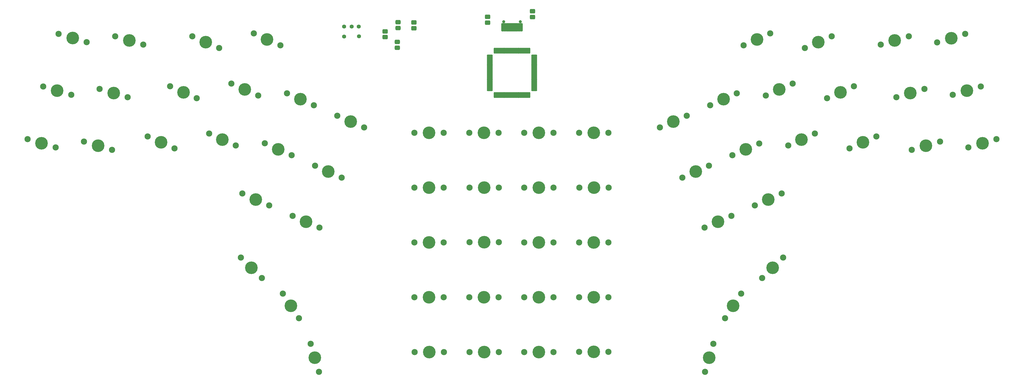
<source format=gbr>
%TF.GenerationSoftware,KiCad,Pcbnew,(5.99.0-9650-gad505e29c0)*%
%TF.CreationDate,2021-03-24T14:31:16-04:00*%
%TF.ProjectId,Hangulator,48616e67-756c-4617-946f-722e6b696361,rev?*%
%TF.SameCoordinates,Original*%
%TF.FileFunction,Soldermask,Top*%
%TF.FilePolarity,Negative*%
%FSLAX46Y46*%
G04 Gerber Fmt 4.6, Leading zero omitted, Abs format (unit mm)*
G04 Created by KiCad (PCBNEW (5.99.0-9650-gad505e29c0)) date 2021-03-24 14:31:16*
%MOMM*%
%LPD*%
G01*
G04 APERTURE LIST*
G04 Aperture macros list*
%AMRoundRect*
0 Rectangle with rounded corners*
0 $1 Rounding radius*
0 $2 $3 $4 $5 $6 $7 $8 $9 X,Y pos of 4 corners*
0 Add a 4 corners polygon primitive as box body*
4,1,4,$2,$3,$4,$5,$6,$7,$8,$9,$2,$3,0*
0 Add four circle primitives for the rounded corners*
1,1,$1+$1,$2,$3*
1,1,$1+$1,$4,$5*
1,1,$1+$1,$6,$7*
1,1,$1+$1,$8,$9*
0 Add four rect primitives between the rounded corners*
20,1,$1+$1,$2,$3,$4,$5,0*
20,1,$1+$1,$4,$5,$6,$7,0*
20,1,$1+$1,$6,$7,$8,$9,0*
20,1,$1+$1,$8,$9,$2,$3,0*%
G04 Aperture macros list end*
%ADD10C,2.150000*%
%ADD11C,4.387800*%
%ADD12RoundRect,0.333333X-0.566667X0.466667X-0.566667X-0.466667X0.566667X-0.466667X0.566667X0.466667X0*%
%ADD13RoundRect,0.333333X0.566667X-0.466667X0.566667X0.466667X-0.566667X0.466667X-0.566667X-0.466667X0*%
%ADD14C,1.400000*%
%ADD15RoundRect,0.336957X0.563043X-0.438043X0.563043X0.438043X-0.563043X0.438043X-0.563043X-0.438043X0*%
%ADD16RoundRect,0.336957X-0.563043X0.438043X-0.563043X-0.438043X0.563043X-0.438043X0.563043X0.438043X0*%
%ADD17C,1.050000*%
%ADD18RoundRect,0.200000X0.300000X1.225000X-0.300000X1.225000X-0.300000X-1.225000X0.300000X-1.225000X0*%
%ADD19RoundRect,0.200000X0.150000X1.225000X-0.150000X1.225000X-0.150000X-1.225000X0.150000X-1.225000X0*%
%ADD20RoundRect,0.175000X0.175000X-0.825000X0.175000X0.825000X-0.175000X0.825000X-0.175000X-0.825000X0*%
%ADD21RoundRect,0.175000X0.825000X-0.175000X0.825000X0.175000X-0.825000X0.175000X-0.825000X-0.175000X0*%
G04 APERTURE END LIST*
D10*
%TO.C,MX62*%
X325480000Y-270990000D03*
X315320000Y-270990000D03*
D11*
X320400000Y-270990000D03*
%TD*%
D10*
%TO.C,MX61*%
X325480000Y-251950000D03*
X315320000Y-251950000D03*
D11*
X320400000Y-251950000D03*
%TD*%
D10*
%TO.C,MX60*%
X325490000Y-232900000D03*
X315330000Y-232900000D03*
D11*
X320410000Y-232900000D03*
%TD*%
D10*
%TO.C,MX59*%
X325500000Y-213850000D03*
X315340000Y-213850000D03*
D11*
X320420000Y-213850000D03*
%TD*%
D10*
%TO.C,MX58*%
X325490000Y-194800000D03*
X315330000Y-194800000D03*
D11*
X320410000Y-194800000D03*
%TD*%
D10*
%TO.C,MX57*%
X306440000Y-271000000D03*
X296280000Y-271000000D03*
D11*
X301360000Y-271000000D03*
%TD*%
D10*
%TO.C,MX56*%
X306440000Y-251950000D03*
X296280000Y-251950000D03*
D11*
X301360000Y-251950000D03*
%TD*%
D10*
%TO.C,MX55*%
X306440000Y-232900000D03*
X296280000Y-232900000D03*
D11*
X301360000Y-232900000D03*
%TD*%
D10*
%TO.C,MX54*%
X306440000Y-213850000D03*
X296280000Y-213850000D03*
D11*
X301360000Y-213850000D03*
%TD*%
D10*
%TO.C,MX53*%
X306430000Y-194800000D03*
X296270000Y-194800000D03*
D11*
X301350000Y-194800000D03*
%TD*%
D10*
%TO.C,MX52*%
X287400000Y-271000000D03*
X277240000Y-271000000D03*
D11*
X282320000Y-271000000D03*
%TD*%
D10*
%TO.C,MX51*%
X287390000Y-251950000D03*
X277230000Y-251950000D03*
D11*
X282310000Y-251950000D03*
%TD*%
D10*
%TO.C,MX50*%
X287400000Y-232890000D03*
X277240000Y-232890000D03*
D11*
X282320000Y-232890000D03*
%TD*%
D10*
%TO.C,MX49*%
X287400000Y-213850000D03*
X277240000Y-213850000D03*
D11*
X282320000Y-213850000D03*
%TD*%
D10*
%TO.C,MX48*%
X287390000Y-194800000D03*
X277230000Y-194800000D03*
D11*
X282310000Y-194800000D03*
%TD*%
D10*
%TO.C,MX47*%
X268350000Y-271000000D03*
X258190000Y-271000000D03*
D11*
X263270000Y-271000000D03*
%TD*%
D10*
%TO.C,MX46*%
X268340000Y-251950000D03*
X258180000Y-251950000D03*
D11*
X263260000Y-251950000D03*
%TD*%
D10*
%TO.C,MX45*%
X268340000Y-232910000D03*
X258180000Y-232910000D03*
D11*
X263260000Y-232910000D03*
%TD*%
D10*
%TO.C,MX44*%
X268340000Y-213850000D03*
X258180000Y-213850000D03*
D11*
X263260000Y-213850000D03*
%TD*%
D10*
%TO.C,MX43*%
X268340000Y-194800000D03*
X258180000Y-194800000D03*
D11*
X263260000Y-194800000D03*
%TD*%
D10*
%TO.C,MX42*%
X460091056Y-197028052D03*
X450348944Y-199911948D03*
D11*
X455220000Y-198470000D03*
%TD*%
D10*
%TO.C,MX41*%
X454681056Y-178758052D03*
X444938944Y-181641948D03*
D11*
X449810000Y-180200000D03*
%TD*%
D10*
%TO.C,MX40*%
X449271056Y-160498052D03*
X439528944Y-163381948D03*
D11*
X444400000Y-161940000D03*
%TD*%
D10*
%TO.C,MX39*%
X440471056Y-197858052D03*
X430728944Y-200741948D03*
D11*
X435600000Y-199300000D03*
%TD*%
D10*
%TO.C,MX38*%
X435061056Y-179598052D03*
X425318944Y-182481948D03*
D11*
X430190000Y-181040000D03*
%TD*%
D10*
%TO.C,MX37*%
X429651056Y-161338052D03*
X419908944Y-164221948D03*
D11*
X424780000Y-162780000D03*
%TD*%
D10*
%TO.C,MX36*%
X418391171Y-196084588D03*
X409108829Y-200215412D03*
D11*
X413750000Y-198150000D03*
%TD*%
D10*
%TO.C,MX35*%
X410631171Y-178674588D03*
X401348829Y-182805412D03*
D11*
X405990000Y-180740000D03*
%TD*%
D10*
%TO.C,MX34*%
X402901171Y-161274588D03*
X393618829Y-165405412D03*
D11*
X398260000Y-163340000D03*
%TD*%
D10*
%TO.C,MX33*%
X386074246Y-238211135D03*
X378765754Y-245268865D03*
D11*
X382420000Y-241740000D03*
%TD*%
D10*
%TO.C,MX32*%
X397101171Y-195124588D03*
X387818829Y-199255412D03*
D11*
X392460000Y-197190000D03*
%TD*%
D10*
%TO.C,MX31*%
X389361171Y-177724588D03*
X380078829Y-181855412D03*
D11*
X384720000Y-179790000D03*
%TD*%
D10*
%TO.C,MX30*%
X381621171Y-160324588D03*
X372338829Y-164455412D03*
D11*
X376980000Y-162390000D03*
%TD*%
D10*
%TO.C,MX29*%
X371471559Y-250706176D03*
X365948441Y-259233824D03*
D11*
X368710000Y-254970000D03*
%TD*%
D10*
%TO.C,MX28*%
X385521171Y-215934588D03*
X376238829Y-220065412D03*
D11*
X380880000Y-218000000D03*
%TD*%
D10*
%TO.C,MX27*%
X377771171Y-198524588D03*
X368488829Y-202655412D03*
D11*
X373130000Y-200590000D03*
%TD*%
D10*
%TO.C,MX26*%
X370011171Y-181114588D03*
X360728829Y-185245412D03*
D11*
X365370000Y-183180000D03*
%TD*%
D10*
%TO.C,MX25*%
X361854498Y-268129700D03*
X358965502Y-277870300D03*
D11*
X360410000Y-273000000D03*
%TD*%
D10*
%TO.C,MX24*%
X368101171Y-223674588D03*
X358818829Y-227805412D03*
D11*
X363460000Y-225740000D03*
%TD*%
D10*
%TO.C,MX23*%
X360361171Y-206264588D03*
X351078829Y-210395412D03*
D11*
X355720000Y-208330000D03*
%TD*%
D10*
%TO.C,MX22*%
X352621171Y-188864588D03*
X343338829Y-192995412D03*
D11*
X347980000Y-190930000D03*
%TD*%
D10*
%TO.C,MX21*%
X225034498Y-277870300D03*
X222145502Y-268129700D03*
D11*
X223590000Y-273000000D03*
%TD*%
D10*
%TO.C,MX20*%
X225181171Y-227805412D03*
X215898829Y-223674588D03*
D11*
X220540000Y-225740000D03*
%TD*%
D10*
%TO.C,MX19*%
X232931171Y-210395412D03*
X223648829Y-206264588D03*
D11*
X228290000Y-208330000D03*
%TD*%
D10*
%TO.C,MX18*%
X240671171Y-192995412D03*
X231388829Y-188864588D03*
D11*
X236030000Y-190930000D03*
%TD*%
D10*
%TO.C,MX17*%
X218051559Y-259223824D03*
X212528441Y-250696176D03*
D11*
X215290000Y-254960000D03*
%TD*%
D10*
%TO.C,MX16*%
X207761171Y-220065412D03*
X198478829Y-215934588D03*
D11*
X203120000Y-218000000D03*
%TD*%
D10*
%TO.C,MX15*%
X215511171Y-202645412D03*
X206228829Y-198514588D03*
D11*
X210870000Y-200580000D03*
%TD*%
D10*
%TO.C,MX14*%
X223251171Y-185245412D03*
X213968829Y-181114588D03*
D11*
X218610000Y-183180000D03*
%TD*%
D10*
%TO.C,MX13*%
X205234246Y-245258865D03*
X197925754Y-238201135D03*
D11*
X201580000Y-241730000D03*
%TD*%
D10*
%TO.C,MX12*%
X196181171Y-199245412D03*
X186898829Y-195114588D03*
D11*
X191540000Y-197180000D03*
%TD*%
D10*
%TO.C,MX11*%
X203921171Y-181855412D03*
X194638829Y-177724588D03*
D11*
X199280000Y-179790000D03*
%TD*%
D10*
%TO.C,MX10*%
X211671171Y-164445412D03*
X202388829Y-160314588D03*
D11*
X207030000Y-162380000D03*
%TD*%
D10*
%TO.C,MX9*%
X174911171Y-200215412D03*
X165628829Y-196084588D03*
D11*
X170270000Y-198150000D03*
%TD*%
D10*
%TO.C,MX8*%
X182651171Y-182805412D03*
X173368829Y-178674588D03*
D11*
X178010000Y-180740000D03*
%TD*%
D10*
%TO.C,MX7*%
X190391171Y-165405412D03*
X181108829Y-161274588D03*
D11*
X185750000Y-163340000D03*
%TD*%
D10*
%TO.C,MX6*%
X153271056Y-200751948D03*
X143528944Y-197868052D03*
D11*
X148400000Y-199310000D03*
%TD*%
D10*
%TO.C,MX5*%
X158681056Y-182491948D03*
X148938944Y-179608052D03*
D11*
X153810000Y-181050000D03*
%TD*%
D10*
%TO.C,MX4*%
X164091056Y-164211948D03*
X154348944Y-161328052D03*
D11*
X159220000Y-162770000D03*
%TD*%
D10*
%TO.C,MX3*%
X133651056Y-199911948D03*
X123908944Y-197028052D03*
D11*
X128780000Y-198470000D03*
%TD*%
D10*
%TO.C,MX2*%
X139061056Y-181651948D03*
X129318944Y-178768052D03*
D11*
X134190000Y-180210000D03*
%TD*%
D10*
%TO.C,MX1*%
X144471056Y-163371948D03*
X134728944Y-160488052D03*
D11*
X139600000Y-161930000D03*
%TD*%
D12*
%TO.C,R1*%
X299100000Y-152625000D03*
X299100000Y-154625000D03*
%TD*%
D13*
%TO.C,R2*%
X283575000Y-156525000D03*
X283575000Y-154525000D03*
%TD*%
D14*
%TO.C,TP1*%
X238850000Y-157950000D03*
%TD*%
D15*
%TO.C,J2*%
X252500000Y-158425000D03*
X252500000Y-156375000D03*
%TD*%
D13*
%TO.C,R4*%
X258000000Y-158500000D03*
X258000000Y-156500000D03*
%TD*%
D14*
%TO.C,TP4*%
X238900000Y-161325000D03*
%TD*%
D16*
%TO.C,J1*%
X252250000Y-163225000D03*
X252250000Y-165275000D03*
%TD*%
D17*
%TO.C,USB1*%
X294890000Y-156250000D03*
X289110000Y-156250000D03*
D18*
X295225000Y-158195000D03*
X294450000Y-158195000D03*
D19*
X293750000Y-158195000D03*
X293250000Y-158195000D03*
X292750000Y-158195000D03*
X292250000Y-158195000D03*
X291750000Y-158195000D03*
X291250000Y-158195000D03*
X290750000Y-158195000D03*
X290250000Y-158195000D03*
D18*
X289550000Y-158195000D03*
X288775000Y-158195000D03*
%TD*%
D20*
%TO.C,U2*%
X286000000Y-181675000D03*
X286500000Y-181675000D03*
X287000000Y-181675000D03*
X287500000Y-181675000D03*
X288000000Y-181675000D03*
X288500000Y-181675000D03*
X289000000Y-181675000D03*
X289500000Y-181675000D03*
X290000000Y-181675000D03*
X290500000Y-181675000D03*
X291000000Y-181675000D03*
X291500000Y-181675000D03*
X292000000Y-181675000D03*
X292500000Y-181675000D03*
X293000000Y-181675000D03*
X293500000Y-181675000D03*
X294000000Y-181675000D03*
X294500000Y-181675000D03*
X295000000Y-181675000D03*
X295500000Y-181675000D03*
X296000000Y-181675000D03*
X296500000Y-181675000D03*
X297000000Y-181675000D03*
X297500000Y-181675000D03*
X298000000Y-181675000D03*
D21*
X299675000Y-180000000D03*
X299675000Y-179500000D03*
X299675000Y-179000000D03*
X299675000Y-178500000D03*
X299675000Y-178000000D03*
X299675000Y-177500000D03*
X299675000Y-177000000D03*
X299675000Y-176500000D03*
X299675000Y-176000000D03*
X299675000Y-175500000D03*
X299675000Y-175000000D03*
X299675000Y-174500000D03*
X299675000Y-174000000D03*
X299675000Y-173500000D03*
X299675000Y-173000000D03*
X299675000Y-172500000D03*
X299675000Y-172000000D03*
X299675000Y-171500000D03*
X299675000Y-171000000D03*
X299675000Y-170500000D03*
X299675000Y-170000000D03*
X299675000Y-169500000D03*
X299675000Y-169000000D03*
X299675000Y-168500000D03*
X299675000Y-168000000D03*
D20*
X298000000Y-166325000D03*
X297500000Y-166325000D03*
X297000000Y-166325000D03*
X296500000Y-166325000D03*
X296000000Y-166325000D03*
X295500000Y-166325000D03*
X295000000Y-166325000D03*
X294500000Y-166325000D03*
X294000000Y-166325000D03*
X293500000Y-166325000D03*
X293000000Y-166325000D03*
X292500000Y-166325000D03*
X292000000Y-166325000D03*
X291500000Y-166325000D03*
X291000000Y-166325000D03*
X290500000Y-166325000D03*
X290000000Y-166325000D03*
X289500000Y-166325000D03*
X289000000Y-166325000D03*
X288500000Y-166325000D03*
X288000000Y-166325000D03*
X287500000Y-166325000D03*
X287000000Y-166325000D03*
X286500000Y-166325000D03*
X286000000Y-166325000D03*
D21*
X284325000Y-168000000D03*
X284325000Y-168500000D03*
X284325000Y-169000000D03*
X284325000Y-169500000D03*
X284325000Y-170000000D03*
X284325000Y-170500000D03*
X284325000Y-171000000D03*
X284325000Y-171500000D03*
X284325000Y-172000000D03*
X284325000Y-172500000D03*
X284325000Y-173000000D03*
X284325000Y-173500000D03*
X284325000Y-174000000D03*
X284325000Y-174500000D03*
X284325000Y-175000000D03*
X284325000Y-175500000D03*
X284325000Y-176000000D03*
X284325000Y-176500000D03*
X284325000Y-177000000D03*
X284325000Y-177500000D03*
X284325000Y-178000000D03*
X284325000Y-178500000D03*
X284325000Y-179000000D03*
X284325000Y-179500000D03*
X284325000Y-180000000D03*
%TD*%
D14*
%TO.C,TP3*%
X236350000Y-157900000D03*
%TD*%
D12*
%TO.C,R3*%
X248000000Y-159587500D03*
X248000000Y-161587500D03*
%TD*%
D14*
%TO.C,TP5*%
X233725000Y-161425000D03*
%TD*%
%TO.C,TP2*%
X233725000Y-157900000D03*
%TD*%
M02*

</source>
